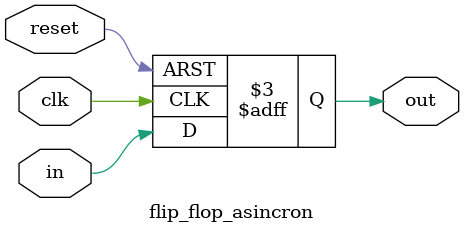
<source format=v>
`timescale 1ns / 1ps
module flip_flop_asincron(
        input in,
        input clk,
        input reset,
        output reg out
    );
    
always @(posedge clk or posedge reset) begin
    if(reset==1) begin
        out<=0;
    end
    else begin
        out<=in;
    end
end
endmodule

</source>
